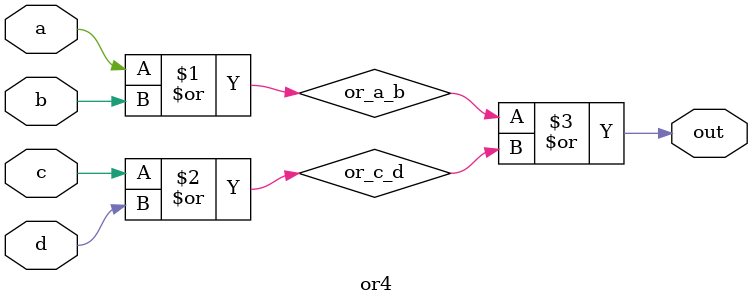
<source format=sv>
/*

4-input OR gate.

Inputs:
    - a: 1-bit first input
    - b: 1-bit second input
    - c: 1-bit third input
    - d: 1-bit fourth input
Outpus:
    - out: 1-bit result

*/

module or4(out, a, b, c, d);
    input logic a, b, c, d;
    output logic out;

    logic or_a_b, or_c_d;
    or(or_a_b, a, b);
    or(or_c_d, c, d);
    or(out, or_a_b, or_c_d);
endmodule
</source>
